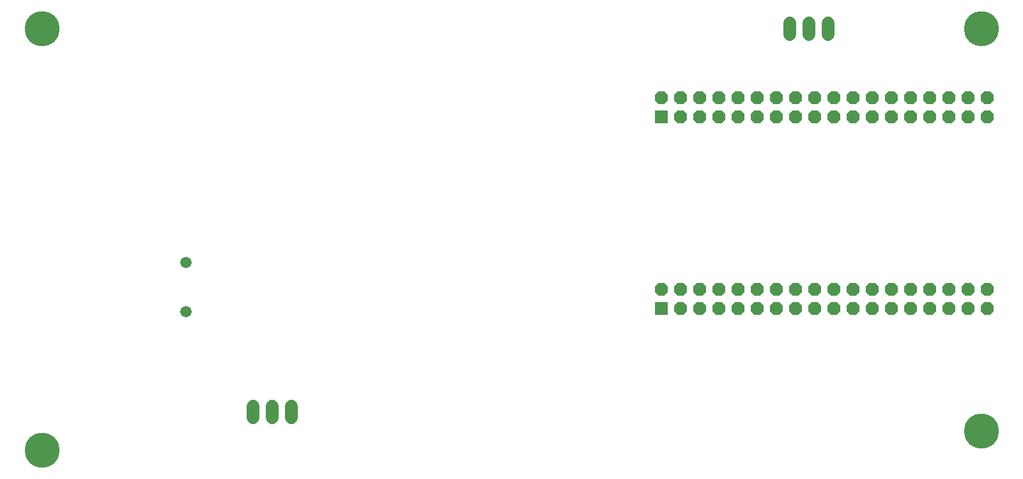
<source format=gbr>
G04 EAGLE Gerber RS-274X export*
G75*
%MOMM*%
%FSLAX34Y34*%
%LPD*%
%INSoldermask Bottom*%
%IPPOS*%
%AMOC8*
5,1,8,0,0,1.08239X$1,22.5*%
G01*
%ADD10C,1.511200*%
%ADD11R,1.727200X1.727200*%
%ADD12P,1.869504X8X22.500000*%
%ADD13C,1.727200*%
%ADD14C,4.648200*%


D10*
X241300Y299200D03*
X241300Y234200D03*
D11*
X871900Y238500D03*
D12*
X871900Y263900D03*
X897300Y238500D03*
X897300Y263900D03*
X922700Y238500D03*
X922700Y263900D03*
X948100Y238500D03*
X948100Y263900D03*
X973500Y238500D03*
X973500Y263900D03*
X998900Y238500D03*
X998900Y263900D03*
X1024300Y238500D03*
X1024300Y263900D03*
X1049700Y238500D03*
X1049700Y263900D03*
X1075100Y238500D03*
X1075100Y263900D03*
X1100500Y238500D03*
X1100500Y263900D03*
X1125900Y238500D03*
X1125900Y263900D03*
X1151300Y238500D03*
X1151300Y263900D03*
X1176700Y238500D03*
X1176700Y263900D03*
X1202100Y238500D03*
X1202100Y263900D03*
X1227500Y238500D03*
X1227500Y263900D03*
X1252900Y238500D03*
X1252900Y263900D03*
X1278300Y238500D03*
X1278300Y263900D03*
X1303700Y238500D03*
X1303700Y263900D03*
D11*
X871900Y492500D03*
D12*
X871900Y517900D03*
X897300Y492500D03*
X897300Y517900D03*
X922700Y492500D03*
X922700Y517900D03*
X948100Y492500D03*
X948100Y517900D03*
X973500Y492500D03*
X973500Y517900D03*
X998900Y492500D03*
X998900Y517900D03*
X1024300Y492500D03*
X1024300Y517900D03*
X1049700Y492500D03*
X1049700Y517900D03*
X1075100Y492500D03*
X1075100Y517900D03*
X1100500Y492500D03*
X1100500Y517900D03*
X1125900Y492500D03*
X1125900Y517900D03*
X1151300Y492500D03*
X1151300Y517900D03*
X1176700Y492500D03*
X1176700Y517900D03*
X1202100Y492500D03*
X1202100Y517900D03*
X1227500Y492500D03*
X1227500Y517900D03*
X1252900Y492500D03*
X1252900Y517900D03*
X1278300Y492500D03*
X1278300Y517900D03*
X1303700Y492500D03*
X1303700Y517900D03*
D13*
X1041400Y601980D02*
X1041400Y617220D01*
X1066800Y617220D02*
X1066800Y601980D01*
X1092200Y601980D02*
X1092200Y617220D01*
X330200Y109220D02*
X330200Y93980D01*
X355600Y93980D02*
X355600Y109220D01*
X381000Y109220D02*
X381000Y93980D01*
D14*
X1295400Y76200D03*
X1295400Y609600D03*
X50800Y609600D03*
X50800Y50800D03*
M02*

</source>
